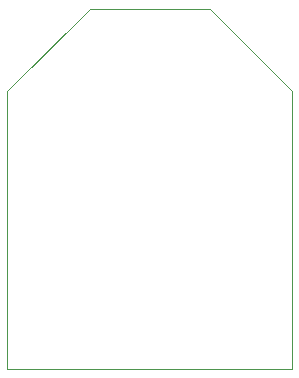
<source format=gbp>
G75*
%MOIN*%
%OFA0B0*%
%FSLAX25Y25*%
%IPPOS*%
%LPD*%
%AMOC8*
5,1,8,0,0,1.08239X$1,22.5*
%
%ADD10C,0.00000*%
D10*
X0001800Y0001800D02*
X0001800Y0094300D01*
X0029300Y0121800D01*
X0069300Y0121800D01*
X0096800Y0094300D01*
X0096800Y0001800D01*
X0001800Y0001800D01*
M02*

</source>
